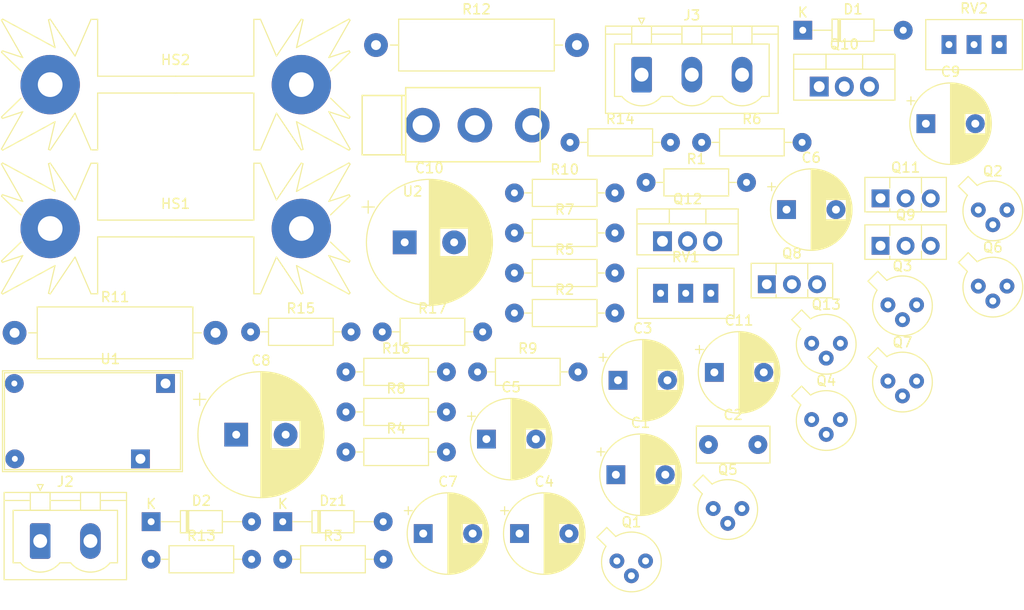
<source format=kicad_pcb>
(kicad_pcb (version 20171130) (host pcbnew "(5.1.5)-3")
  (title_block (title "Buck 45V vers 24/12V 13A") (date 2020-03-24) (rev V0) (company "INSA GEI") (comment 1 AL))
  (layers (0 F.Cu signal) (31 B.Cu signal) (34 B.Paste user) (35 F.Paste user) (36 B.SilkS user) (37 F.SilkS user) (38 B.Mask user) (39 F.Mask user) (44 Edge.Cuts user))
  (net 0 "")
  (net 1 "Net-(C1-Pad1)")
  (net 2 "Net-(C1-Pad2)")
  (net 3 "Net-(C2-Pad1)")
  (net 4 "Net-(C2-Pad2)")
  (net 5 -12V)
  (net 6 "Net-(C3-Pad1)")
  (net 7 +12V)
  (net 8 GND)
  (net 9 "Net-(C5-Pad2)")
  (net 10 "Net-(D1-Pad2)")
  (net 11 "Net-(D2-Pad1)")
  (net 12 "Net-(Dz1-Pad2)")
  (net 13 "Net-(J2-Pad1)")
  (net 14 "Net-(Q1-Pad1)")
  (net 15 "Net-(Q2-Pad3)")
  (net 16 "Net-(Q3-Pad1)")
  (net 17 "Net-(Q4-Pad1)")
  (net 18 "Net-(Q5-Pad1)")
  (net 19 "Net-(Q6-Pad1)")
  (net 20 "Net-(Q6-Pad2)")
  (net 21 "Net-(Q6-Pad3)")
  (net 22 "Net-(Q7-Pad1)")
  (net 23 "Net-(Q8-Pad3)")
  (net 24 "Net-(Q10-Pad3)")
  (net 25 "Net-(Q10-Pad1)")
  (net 26 "Net-(Q11-Pad2)")
  (net 27 "Net-(Q11-Pad1)")
  (net 28 "Net-(R8-Pad1)")
  (net 29 "Net-(R10-Pad2)")
  (net 30 "Net-(R11-Pad2)")
  (net 31 "Net-(U2-PadTN)")
  (module CmpAmpliAudio:CP_Radial_D8.0mm_P5.00mm (layer F.Cu) (at 72.279699 46.225001)
    (fp_text reference C1 (at 2.5 -5.25) (layer F.SilkS))
    (fp_text value 47u)
    (pad 1 thru_hole rect (at 0 0) (size 1.9 1.9) (drill 0.8) (layers *.Cu *.Mask) (net 1 "Net-(C1-Pad1)"))
    (pad 2 thru_hole circle (at 5 0) (size 1.9 1.9) (drill 0.8) (layers *.Cu *.Mask) (net 2 "Net-(C1-Pad2)"))
  )
  (module CmpAmpliAudio:C_Rect_L7.2mm_W3.5mm_P5.00mm_FKS2_FKP2_MKS2_MKP2 (layer F.Cu) (at 81.645001 43.175001)
    (fp_text reference C2 (at 2.5 -3) (layer F.SilkS))
    (fp_text value C)
    (pad 1 thru_hole circle (at 0 0) (size 1.9 1.9) (drill 0.7) (layers *.Cu *.Mask) (net 3 "Net-(C2-Pad1)"))
    (pad 2 thru_hole circle (at 5 0) (size 1.9 1.9) (drill 0.7) (layers *.Cu *.Mask) (net 4 "Net-(C2-Pad2)"))
  )
  (module CmpAmpliAudio:CP_Radial_D8.0mm_P5.00mm (layer F.Cu) (at 72.499699 36.675001)
    (fp_text reference C3 (at 2.5 -5.25) (layer F.SilkS))
    (fp_text value 47u)
    (pad 2 thru_hole circle (at 5 0) (size 1.9 1.9) (drill 0.8) (layers *.Cu *.Mask) (net 5 -12V))
    (pad 1 thru_hole rect (at 0 0) (size 1.9 1.9) (drill 0.8) (layers *.Cu *.Mask) (net 6 "Net-(C3-Pad1)"))
  )
  (module CmpAmpliAudio:CP_Radial_D8.0mm_P5.00mm (layer F.Cu) (at 62.539699 52.175001)
    (fp_text reference C4 (at 2.5 -5.25) (layer F.SilkS))
    (fp_text value 10u)
    (pad 1 thru_hole rect (at 0 0) (size 1.9 1.9) (drill 0.8) (layers *.Cu *.Mask) (net 7 +12V))
    (pad 2 thru_hole circle (at 5 0) (size 1.9 1.9) (drill 0.8) (layers *.Cu *.Mask) (net 8 GND))
  )
  (module CmpAmpliAudio:CP_Radial_D8.0mm_P5.00mm (layer F.Cu) (at 59.189699 42.625001)
    (fp_text reference C5 (at 2.5 -5.25) (layer F.SilkS))
    (fp_text value 100n)
    (pad 2 thru_hole circle (at 5 0) (size 1.9 1.9) (drill 0.8) (layers *.Cu *.Mask) (net 9 "Net-(C5-Pad2)"))
    (pad 1 thru_hole rect (at 0 0) (size 1.9 1.9) (drill 0.8) (layers *.Cu *.Mask) (net 7 +12V))
  )
  (module CmpAmpliAudio:CP_Radial_D8.0mm_P5.00mm (layer F.Cu) (at 89.539699 19.415001)
    (fp_text reference C6 (at 2.5 -5.25) (layer F.SilkS))
    (fp_text value 10u)
    (pad 2 thru_hole circle (at 5 0) (size 1.9 1.9) (drill 0.8) (layers *.Cu *.Mask) (net 5 -12V))
    (pad 1 thru_hole rect (at 0 0) (size 1.9 1.9) (drill 0.8) (layers *.Cu *.Mask) (net 8 GND))
  )
  (module CmpAmpliAudio:CP_Radial_D8.0mm_P5.00mm (layer F.Cu) (at 52.799699 52.175001)
    (fp_text reference C7 (at 2.5 -5.25) (layer F.SilkS))
    (fp_text value 100n)
    (pad 1 thru_hole rect (at 0 0) (size 1.9 1.9) (drill 0.8) (layers *.Cu *.Mask) (net 9 "Net-(C5-Pad2)"))
    (pad 2 thru_hole circle (at 5 0) (size 1.9 1.9) (drill 0.8) (layers *.Cu *.Mask) (net 5 -12V))
  )
  (module CmpAmpliAudio:CP_Radial_D12.5mm_P5.00mm (layer F.Cu) (at 33.887083 42.175001)
    (fp_text reference C8 (at 2.5 -7.5) (layer F.SilkS))
    (fp_text value 470u)
    (pad 1 thru_hole rect (at 0 0) (size 2.4 2.4) (drill 0.8) (layers *.Cu *.Mask) (net 7 +12V))
    (pad 2 thru_hole circle (at 5 0) (size 2.4 2.4) (drill 0.8) (layers *.Cu *.Mask) (net 8 GND))
  )
  (module CmpAmpliAudio:CP_Radial_D8.0mm_P5.00mm (layer F.Cu) (at 103.629699 10.725001)
    (fp_text reference C9 (at 2.5 -5.25) (layer F.SilkS))
    (fp_text value 100n)
    (pad 1 thru_hole rect (at 0 0) (size 1.9 1.9) (drill 0.8) (layers *.Cu *.Mask) (net 7 +12V))
    (pad 2 thru_hole circle (at 5 0) (size 1.9 1.9) (drill 0.8) (layers *.Cu *.Mask) (net 8 GND))
  )
  (module CmpAmpliAudio:CP_Radial_D12.5mm_P5.00mm (layer F.Cu) (at 50.927083 22.725001)
    (fp_text reference C10 (at 2.5 -7.5) (layer F.SilkS))
    (fp_text value 470u)
    (pad 2 thru_hole circle (at 5 0) (size 2.4 2.4) (drill 0.8) (layers *.Cu *.Mask) (net 5 -12V))
    (pad 1 thru_hole rect (at 0 0) (size 2.4 2.4) (drill 0.8) (layers *.Cu *.Mask) (net 8 GND))
  )
  (module CmpAmpliAudio:CP_Radial_D8.0mm_P5.00mm (layer F.Cu) (at 82.239699 35.875001)
    (fp_text reference C11 (at 2.5 -5.25) (layer F.SilkS))
    (fp_text value 100n)
    (pad 2 thru_hole circle (at 5 0) (size 1.9 1.9) (drill 0.8) (layers *.Cu *.Mask) (net 5 -12V))
    (pad 1 thru_hole rect (at 0 0) (size 1.9 1.9) (drill 0.8) (layers *.Cu *.Mask) (net 8 GND))
  )
  (module CmpAmpliAudio:D_DO-35_SOD27_P10.16mm_Horizontal (layer F.Cu) (at 91.185001 1.275001)
    (fp_text reference D1 (at 5.08 -2.12) (layer F.SilkS))
    (fp_text value 1N4148)
    (fp_text user K (at 0 -1.8) (layer F.SilkS))
    (pad 2 thru_hole oval (at 10.16 0) (size 1.9 1.9) (drill 0.7) (layers *.Cu *.Mask) (net 10 "Net-(D1-Pad2)"))
    (pad 1 thru_hole rect (at 0 0) (size 1.9 1.9) (drill 0.7) (layers *.Cu *.Mask) (net 7 +12V))
  )
  (module CmpAmpliAudio:D_DO-35_SOD27_P10.16mm_Horizontal (layer F.Cu) (at 25.285001 50.975001)
    (fp_text reference D2 (at 5.08 -2.12) (layer F.SilkS))
    (fp_text value 1N4148)
    (fp_text user K (at 0 -1.8) (layer F.SilkS))
    (pad 1 thru_hole rect (at 0 0) (size 1.9 1.9) (drill 0.7) (layers *.Cu *.Mask) (net 11 "Net-(D2-Pad1)"))
    (pad 2 thru_hole oval (at 10.16 0) (size 1.9 1.9) (drill 0.7) (layers *.Cu *.Mask) (net 6 "Net-(C3-Pad1)"))
  )
  (module CmpAmpliAudio:D_DO-35_SOD27_P10.16mm_Horizontal (layer F.Cu) (at 38.595001 50.975001)
    (fp_text reference Dz1 (at 5.08 -2.12) (layer F.SilkS))
    (fp_text value BZX55C5V1)
    (fp_text user K (at 0 -1.8) (layer F.SilkS))
    (pad 1 thru_hole rect (at 0 0) (size 1.9 1.9) (drill 0.7) (layers *.Cu *.Mask) (net 7 +12V))
    (pad 2 thru_hole oval (at 10.16 0) (size 1.9 1.9) (drill 0.7) (layers *.Cu *.Mask) (net 12 "Net-(Dz1-Pad2)"))
  )
  (module CmpAmpliAudio:Heatsink_Fischer_SK104-STC-STIC_35x13mm_2xDrill2.5mm (layer F.Cu) (at 27.775001 21.325001)
    (fp_text reference HS1 (at -0.025 -2.5) (layer F.SilkS))
    (fp_text value Heatsink)
    (pad 1 thru_hole circle (at 12.7 0) (size 6 6) (drill 2.5) (layers *.Cu *.Mask))
    (pad 1 thru_hole circle (at -12.7 0 180) (size 6 6) (drill 2.5) (layers *.Cu *.Mask))
  )
  (module CmpAmpliAudio:Heatsink_Fischer_SK104-STC-STIC_35x13mm_2xDrill2.5mm (layer F.Cu) (at 27.775001 6.775001)
    (fp_text reference HS2 (at -0.025 -2.5) (layer F.SilkS))
    (fp_text value Heatsink)
    (pad 1 thru_hole circle (at -12.7 0 180) (size 6 6) (drill 2.5) (layers *.Cu *.Mask))
    (pad 1 thru_hole circle (at 12.7 0) (size 6 6) (drill 2.5) (layers *.Cu *.Mask))
  )
  (module CmpAmpliAudio:PhoenixContact_MSTBVA_2,5_2-G-5,08_1x02_P5.08mm_Vertical (layer F.Cu) (at 14.065001 52.930001)
    (fp_text reference J2 (at 2.54 -6) (layer F.SilkS))
    (fp_text value Conn_01x02)
    (pad 1 thru_hole roundrect (at 0 0) (size 2.08 3.6) (drill 1.4) (layers *.Cu *.Mask) (roundrect_rratio 0.120192) (net 13 "Net-(J2-Pad1)"))
    (pad 2 thru_hole oval (at 5.08 0) (size 2.08 3.6) (drill 1.4) (layers *.Cu *.Mask) (net 8 GND))
  )
  (module CmpAmpliAudio:PhoenixContact_MSTBVA_2,5_3-G-5,08_1x03_P5.08mm_Vertical (layer F.Cu) (at 74.885001 5.770001)
    (fp_text reference J3 (at 5.08 -6) (layer F.SilkS))
    (fp_text value Conn_01x03)
    (pad 1 thru_hole roundrect (at 0 0) (size 2.08 3.6) (drill 1.4) (layers *.Cu *.Mask) (roundrect_rratio 0.120192) (net 7 +12V))
    (pad 2 thru_hole oval (at 5.08 0) (size 2.08 3.6) (drill 1.4) (layers *.Cu *.Mask) (net 9 "Net-(C5-Pad2)"))
    (pad 3 thru_hole oval (at 10.16 0) (size 2.08 3.6) (drill 1.4) (layers *.Cu *.Mask) (net 5 -12V))
  )
  (module CmpAmpliAudio:TO-18-3 (layer F.Cu) (at 72.584449 55.044449)
    (fp_text reference Q1 (at 1.27 -4.02) (layer F.SilkS))
    (fp_text value 2N2907)
    (pad 3 thru_hole circle (at 2.7 -0.1) (size 1.5 1.5) (drill 0.7) (layers *.Cu *.Mask) (net 4 "Net-(C2-Pad2)"))
    (pad 2 thru_hole circle (at 1.27 1.4) (size 1.5 1.5) (drill 0.7) (layers *.Cu *.Mask) (net 1 "Net-(C1-Pad1)"))
    (pad 1 thru_hole circle (at -0.2 -0.1) (size 1.5 1.5) (drill 0.7) (layers *.Cu *.Mask) (net 14 "Net-(Q1-Pad1)"))
  )
  (module CmpAmpliAudio:TO-18-3 (layer F.Cu) (at 109.134449 19.544449)
    (fp_text reference Q2 (at 1.27 -4.02) (layer F.SilkS))
    (fp_text value 2N2907)
    (pad 1 thru_hole circle (at -0.2 -0.1) (size 1.5 1.5) (drill 0.7) (layers *.Cu *.Mask) (net 14 "Net-(Q1-Pad1)"))
    (pad 2 thru_hole circle (at 1.27 1.4) (size 1.5 1.5) (drill 0.7) (layers *.Cu *.Mask) (net 5 -12V))
    (pad 3 thru_hole circle (at 2.7 -0.1) (size 1.5 1.5) (drill 0.7) (layers *.Cu *.Mask) (net 15 "Net-(Q2-Pad3)"))
  )
  (module CmpAmpliAudio:TO-18-3 (layer F.Cu) (at 99.994449 29.144449)
    (fp_text reference Q3 (at 1.27 -4.02) (layer F.SilkS))
    (fp_text value 2N2907)
    (pad 3 thru_hole circle (at 2.7 -0.1) (size 1.5 1.5) (drill 0.7) (layers *.Cu *.Mask) (net 14 "Net-(Q1-Pad1)"))
    (pad 2 thru_hole circle (at 1.27 1.4) (size 1.5 1.5) (drill 0.7) (layers *.Cu *.Mask) (net 12 "Net-(Dz1-Pad2)"))
    (pad 1 thru_hole circle (at -0.2 -0.1) (size 1.5 1.5) (drill 0.7) (layers *.Cu *.Mask) (net 16 "Net-(Q3-Pad1)"))
  )
  (module CmpAmpliAudio:TO-18-3 (layer F.Cu) (at 92.284449 40.744449)
    (fp_text reference Q4 (at 1.27 -4.02) (layer F.SilkS))
    (fp_text value 2N2222)
    (pad 3 thru_hole circle (at 2.7 -0.1) (size 1.5 1.5) (drill 0.7) (layers *.Cu *.Mask) (net 3 "Net-(C2-Pad1)"))
    (pad 2 thru_hole circle (at 1.27 1.4) (size 1.5 1.5) (drill 0.7) (layers *.Cu *.Mask) (net 4 "Net-(C2-Pad2)"))
    (pad 1 thru_hole circle (at -0.2 -0.1) (size 1.5 1.5) (drill 0.7) (layers *.Cu *.Mask) (net 17 "Net-(Q4-Pad1)"))
  )
  (module CmpAmpliAudio:TO-18-3 (layer F.Cu) (at 82.324449 49.744449)
    (fp_text reference Q5 (at 1.27 -4.02) (layer F.SilkS))
    (fp_text value 2N2222)
    (pad 3 thru_hole circle (at 2.7 -0.1) (size 1.5 1.5) (drill 0.7) (layers *.Cu *.Mask) (net 3 "Net-(C2-Pad1)"))
    (pad 2 thru_hole circle (at 1.27 1.4) (size 1.5 1.5) (drill 0.7) (layers *.Cu *.Mask) (net 17 "Net-(Q4-Pad1)"))
    (pad 1 thru_hole circle (at -0.2 -0.1) (size 1.5 1.5) (drill 0.7) (layers *.Cu *.Mask) (net 18 "Net-(Q5-Pad1)"))
  )
  (module CmpAmpliAudio:TO-18-3 (layer F.Cu) (at 109.134449 27.254449)
    (fp_text reference Q6 (at 1.27 -4.02) (layer F.SilkS))
    (fp_text value 2N2907)
    (pad 1 thru_hole circle (at -0.2 -0.1) (size 1.5 1.5) (drill 0.7) (layers *.Cu *.Mask) (net 19 "Net-(Q6-Pad1)"))
    (pad 2 thru_hole circle (at 1.27 1.4) (size 1.5 1.5) (drill 0.7) (layers *.Cu *.Mask) (net 20 "Net-(Q6-Pad2)"))
    (pad 3 thru_hole circle (at 2.7 -0.1) (size 1.5 1.5) (drill 0.7) (layers *.Cu *.Mask) (net 21 "Net-(Q6-Pad3)"))
  )
  (module CmpAmpliAudio:TO-18-3 (layer F.Cu) (at 99.994449 36.854449)
    (fp_text reference Q7 (at 1.27 -4.02) (layer F.SilkS))
    (fp_text value 2N2907)
    (pad 1 thru_hole circle (at -0.2 -0.1) (size 1.5 1.5) (drill 0.7) (layers *.Cu *.Mask) (net 22 "Net-(Q7-Pad1)"))
    (pad 2 thru_hole circle (at 1.27 1.4) (size 1.5 1.5) (drill 0.7) (layers *.Cu *.Mask) (net 20 "Net-(Q6-Pad2)"))
    (pad 3 thru_hole circle (at 2.7 -0.1) (size 1.5 1.5) (drill 0.7) (layers *.Cu *.Mask) (net 20 "Net-(Q6-Pad2)"))
  )
  (module Package_TO_SOT_THT:TO-126-3_Vertical (layer F.Cu) (at 87.545001 26.965001)
    (fp_text reference Q8 (at 2.54 -3.12) (layer F.SilkS))
    (fp_text value BD139)
    (pad 1 thru_hole rect (at 0 0) (size 1.8 1.8) (drill 1) (layers *.Cu *.Mask) (net 3 "Net-(C2-Pad1)"))
    (pad 2 thru_hole oval (at 2.54 0) (size 1.8 1.8) (drill 1) (layers *.Cu *.Mask) (net 21 "Net-(Q6-Pad3)"))
    (pad 3 thru_hole oval (at 5.08 0) (size 1.8 1.8) (drill 1) (layers *.Cu *.Mask) (net 23 "Net-(Q8-Pad3)"))
  )
  (module Package_TO_SOT_THT:TO-126-3_Vertical (layer F.Cu) (at 99.045001 23.075001)
    (fp_text reference Q9 (at 2.54 -3.12) (layer F.SilkS))
    (fp_text value BD139)
    (pad 1 thru_hole rect (at 0 0) (size 1.8 1.8) (drill 1) (layers *.Cu *.Mask) (net 24 "Net-(Q10-Pad3)"))
    (pad 2 thru_hole oval (at 2.54 0) (size 1.8 1.8) (drill 1) (layers *.Cu *.Mask) (net 25 "Net-(Q10-Pad1)"))
    (pad 3 thru_hole oval (at 5.08 0) (size 1.8 1.8) (drill 1) (layers *.Cu *.Mask) (net 21 "Net-(Q6-Pad3)"))
  )
  (module Package_TO_SOT_THT:TO-220-3_Vertical (layer F.Cu) (at 92.845001 6.975001)
    (fp_text reference Q10 (at 2.54 -4.27) (layer F.SilkS))
    (fp_text value TIP32)
    (pad 3 thru_hole oval (at 5.08 0) (size 1.905 2) (drill 1.1) (layers *.Cu *.Mask) (net 24 "Net-(Q10-Pad3)"))
    (pad 2 thru_hole oval (at 2.54 0) (size 1.905 2) (drill 1.1) (layers *.Cu *.Mask) (net 7 +12V))
    (pad 1 thru_hole rect (at 0 0) (size 1.905 2) (drill 1.1) (layers *.Cu *.Mask) (net 25 "Net-(Q10-Pad1)"))
  )
  (module Package_TO_SOT_THT:TO-126-3_Vertical (layer F.Cu) (at 99.045001 18.275001)
    (fp_text reference Q11 (at 2.54 -3.12) (layer F.SilkS))
    (fp_text value BD138)
    (pad 3 thru_hole oval (at 5.08 0) (size 1.8 1.8) (drill 1) (layers *.Cu *.Mask) (net 3 "Net-(C2-Pad1)"))
    (pad 2 thru_hole oval (at 2.54 0) (size 1.8 1.8) (drill 1) (layers *.Cu *.Mask) (net 26 "Net-(Q11-Pad2)"))
    (pad 1 thru_hole rect (at 0 0) (size 1.8 1.8) (drill 1) (layers *.Cu *.Mask) (net 27 "Net-(Q11-Pad1)"))
  )
  (module Package_TO_SOT_THT:TO-220-3_Vertical (layer F.Cu) (at 76.995001 22.615001)
    (fp_text reference Q12 (at 2.54 -4.27) (layer F.SilkS))
    (fp_text value TIP31)
    (pad 1 thru_hole rect (at 0 0) (size 1.905 2) (drill 1.1) (layers *.Cu *.Mask) (net 27 "Net-(Q11-Pad1)"))
    (pad 2 thru_hole oval (at 2.54 0) (size 1.905 2) (drill 1.1) (layers *.Cu *.Mask) (net 26 "Net-(Q11-Pad2)"))
    (pad 3 thru_hole oval (at 5.08 0) (size 1.905 2) (drill 1.1) (layers *.Cu *.Mask) (net 5 -12V))
  )
  (module CmpAmpliAudio:TO-18-3 (layer F.Cu) (at 92.284449 33.034449)
    (fp_text reference Q13 (at 1.27 -4.02) (layer F.SilkS))
    (fp_text value 2N2222)
    (pad 1 thru_hole circle (at -0.2 -0.1) (size 1.5 1.5) (drill 0.7) (layers *.Cu *.Mask) (net 8 GND))
    (pad 2 thru_hole circle (at 1.27 1.4) (size 1.5 1.5) (drill 0.7) (layers *.Cu *.Mask) (net 11 "Net-(D2-Pad1)"))
    (pad 3 thru_hole circle (at 2.7 -0.1) (size 1.5 1.5) (drill 0.7) (layers *.Cu *.Mask) (net 10 "Net-(D1-Pad2)"))
  )
  (module CmpAmpliAudio:R_Axial_DIN0207_L6.3mm_D2.5mm_P10.16mm_Horizontal (layer F.Cu) (at 75.335001 16.665001)
    (fp_text reference R1 (at 5.08 -2.37) (layer F.SilkS))
    (fp_text value R)
    (pad 2 thru_hole circle (at 10.16 0) (size 1.9 1.9) (drill 0.7) (layers *.Cu *.Mask) (net 8 GND))
    (pad 1 thru_hole circle (at 0 0) (size 1.9 1.9) (drill 0.7) (layers *.Cu *.Mask) (net 1 "Net-(C1-Pad1)"))
  )
  (module CmpAmpliAudio:R_Axial_DIN0207_L6.3mm_D2.5mm_P10.16mm_Horizontal (layer F.Cu) (at 62.025001 29.875001)
    (fp_text reference R2 (at 5.08 -2.37) (layer F.SilkS))
    (fp_text value R)
    (pad 1 thru_hole circle (at 0 0) (size 1.9 1.9) (drill 0.7) (layers *.Cu *.Mask) (net 4 "Net-(C2-Pad2)"))
    (pad 2 thru_hole circle (at 10.16 0) (size 1.9 1.9) (drill 0.7) (layers *.Cu *.Mask) (net 5 -12V))
  )
  (module CmpAmpliAudio:R_Axial_DIN0207_L6.3mm_D2.5mm_P10.16mm_Horizontal (layer F.Cu) (at 38.595001 54.775001)
    (fp_text reference R3 (at 5.08 -2.37) (layer F.SilkS))
    (fp_text value R)
    (pad 1 thru_hole circle (at 0 0) (size 1.9 1.9) (drill 0.7) (layers *.Cu *.Mask) (net 15 "Net-(Q2-Pad3)"))
    (pad 2 thru_hole circle (at 10.16 0) (size 1.9 1.9) (drill 0.7) (layers *.Cu *.Mask) (net 5 -12V))
  )
  (module CmpAmpliAudio:R_Axial_DIN0207_L6.3mm_D2.5mm_P10.16mm_Horizontal (layer F.Cu) (at 44.985001 43.925001)
    (fp_text reference R4 (at 5.08 -2.37) (layer F.SilkS))
    (fp_text value R)
    (pad 1 thru_hole circle (at 0 0) (size 1.9 1.9) (drill 0.7) (layers *.Cu *.Mask) (net 7 +12V))
    (pad 2 thru_hole circle (at 10.16 0) (size 1.9 1.9) (drill 0.7) (layers *.Cu *.Mask) (net 16 "Net-(Q3-Pad1)"))
  )
  (module CmpAmpliAudio:R_Axial_DIN0207_L6.3mm_D2.5mm_P10.16mm_Horizontal (layer F.Cu) (at 62.025001 25.825001)
    (fp_text reference R5 (at 5.08 -2.37) (layer F.SilkS))
    (fp_text value R)
    (pad 2 thru_hole circle (at 10.16 0) (size 1.9 1.9) (drill 0.7) (layers *.Cu *.Mask) (net 8 GND))
    (pad 1 thru_hole circle (at 0 0) (size 1.9 1.9) (drill 0.7) (layers *.Cu *.Mask) (net 12 "Net-(Dz1-Pad2)"))
  )
  (module CmpAmpliAudio:R_Axial_DIN0207_L6.3mm_D2.5mm_P10.16mm_Horizontal (layer F.Cu) (at 80.955001 12.615001)
    (fp_text reference R6 (at 5.08 -2.37) (layer F.SilkS))
    (fp_text value R)
    (pad 1 thru_hole circle (at 0 0) (size 1.9 1.9) (drill 0.7) (layers *.Cu *.Mask) (net 18 "Net-(Q5-Pad1)"))
    (pad 2 thru_hole circle (at 10.16 0) (size 1.9 1.9) (drill 0.7) (layers *.Cu *.Mask) (net 5 -12V))
  )
  (module CmpAmpliAudio:R_Axial_DIN0207_L6.3mm_D2.5mm_P10.16mm_Horizontal (layer F.Cu) (at 62.025001 21.775001)
    (fp_text reference R7 (at 5.08 -2.37) (layer F.SilkS))
    (fp_text value R)
    (pad 1 thru_hole circle (at 0 0) (size 1.9 1.9) (drill 0.7) (layers *.Cu *.Mask) (net 7 +12V))
    (pad 2 thru_hole circle (at 10.16 0) (size 1.9 1.9) (drill 0.7) (layers *.Cu *.Mask) (net 19 "Net-(Q6-Pad1)"))
  )
  (module CmpAmpliAudio:R_Axial_DIN0207_L6.3mm_D2.5mm_P10.16mm_Horizontal (layer F.Cu) (at 44.985001 39.875001)
    (fp_text reference R8 (at 5.08 -2.37) (layer F.SilkS))
    (fp_text value R)
    (pad 2 thru_hole circle (at 10.16 0) (size 1.9 1.9) (drill 0.7) (layers *.Cu *.Mask) (net 3 "Net-(C2-Pad1)"))
    (pad 1 thru_hole circle (at 0 0) (size 1.9 1.9) (drill 0.7) (layers *.Cu *.Mask) (net 28 "Net-(R8-Pad1)"))
  )
  (module CmpAmpliAudio:R_Axial_DIN0207_L6.3mm_D2.5mm_P10.16mm_Horizontal (layer F.Cu) (at 58.295001 35.825001)
    (fp_text reference R9 (at 5.08 -2.37) (layer F.SilkS))
    (fp_text value R)
    (pad 2 thru_hole circle (at 10.16 0) (size 1.9 1.9) (drill 0.7) (layers *.Cu *.Mask) (net 22 "Net-(Q7-Pad1)"))
    (pad 1 thru_hole circle (at 0 0) (size 1.9 1.9) (drill 0.7) (layers *.Cu *.Mask) (net 7 +12V))
  )
  (module CmpAmpliAudio:R_Axial_DIN0207_L6.3mm_D2.5mm_P10.16mm_Horizontal (layer F.Cu) (at 62.025001 17.725001)
    (fp_text reference R10 (at 5.08 -2.37) (layer F.SilkS))
    (fp_text value R)
    (pad 2 thru_hole circle (at 10.16 0) (size 1.9 1.9) (drill 0.7) (layers *.Cu *.Mask) (net 29 "Net-(R10-Pad2)"))
    (pad 1 thru_hole circle (at 0 0) (size 1.9 1.9) (drill 0.7) (layers *.Cu *.Mask) (net 20 "Net-(Q6-Pad2)"))
  )
  (module CmpAmpliAudio:R_Axial_DIN0516_L15.5mm_D5.0mm_P20.32mm_Horizontal (layer F.Cu) (at 11.475001 31.875001)
    (fp_text reference R11 (at 10.16 -3.62) (layer F.SilkS))
    (fp_text value R)
    (pad 1 thru_hole circle (at 0 0) (size 2.4 2.4) (drill 1) (layers *.Cu *.Mask) (net 24 "Net-(Q10-Pad3)"))
    (pad 2 thru_hole oval (at 20.32 0) (size 2.4 2.4) (drill 1) (layers *.Cu *.Mask) (net 30 "Net-(R11-Pad2)"))
  )
  (module CmpAmpliAudio:R_Axial_DIN0516_L15.5mm_D5.0mm_P20.32mm_Horizontal (layer F.Cu) (at 48.025001 2.775001)
    (fp_text reference R12 (at 10.16 -3.62) (layer F.SilkS))
    (fp_text value R)
    (pad 2 thru_hole oval (at 20.32 0) (size 2.4 2.4) (drill 1) (layers *.Cu *.Mask) (net 26 "Net-(Q11-Pad2)"))
    (pad 1 thru_hole circle (at 0 0) (size 2.4 2.4) (drill 1) (layers *.Cu *.Mask) (net 30 "Net-(R11-Pad2)"))
  )
  (module CmpAmpliAudio:R_Axial_DIN0207_L6.3mm_D2.5mm_P10.16mm_Horizontal (layer F.Cu) (at 25.285001 54.775001)
    (fp_text reference R13 (at 5.08 -2.37) (layer F.SilkS))
    (fp_text value R)
    (pad 1 thru_hole circle (at 0 0) (size 1.9 1.9) (drill 0.7) (layers *.Cu *.Mask) (net 30 "Net-(R11-Pad2)"))
    (pad 2 thru_hole circle (at 10.16 0) (size 1.9 1.9) (drill 0.7) (layers *.Cu *.Mask) (net 8 GND))
  )
  (module CmpAmpliAudio:R_Axial_DIN0207_L6.3mm_D2.5mm_P10.16mm_Horizontal (layer F.Cu) (at 67.645001 12.615001)
    (fp_text reference R14 (at 5.08 -2.37) (layer F.SilkS))
    (fp_text value R)
    (pad 1 thru_hole circle (at 0 0) (size 1.9 1.9) (drill 0.7) (layers *.Cu *.Mask) (net 5 -12V))
    (pad 2 thru_hole circle (at 10.16 0) (size 1.9 1.9) (drill 0.7) (layers *.Cu *.Mask) (net 30 "Net-(R11-Pad2)"))
  )
  (module CmpAmpliAudio:R_Axial_DIN0207_L6.3mm_D2.5mm_P10.16mm_Horizontal (layer F.Cu) (at 35.345001 31.775001)
    (fp_text reference R15 (at 5.08 -2.37) (layer F.SilkS))
    (fp_text value R)
    (pad 2 thru_hole circle (at 10.16 0) (size 1.9 1.9) (drill 0.7) (layers *.Cu *.Mask) (net 8 GND))
    (pad 1 thru_hole circle (at 0 0) (size 1.9 1.9) (drill 0.7) (layers *.Cu *.Mask) (net 5 -12V))
  )
  (module CmpAmpliAudio:R_Axial_DIN0207_L6.3mm_D2.5mm_P10.16mm_Horizontal (layer F.Cu) (at 44.985001 35.825001)
    (fp_text reference R16 (at 5.08 -2.37) (layer F.SilkS))
    (fp_text value R)
    (pad 2 thru_hole circle (at 10.16 0) (size 1.9 1.9) (drill 0.7) (layers *.Cu *.Mask) (net 6 "Net-(C3-Pad1)"))
    (pad 1 thru_hole circle (at 0 0) (size 1.9 1.9) (drill 0.7) (layers *.Cu *.Mask) (net 7 +12V))
  )
  (module CmpAmpliAudio:R_Axial_DIN0207_L6.3mm_D2.5mm_P10.16mm_Horizontal (layer F.Cu) (at 48.655001 31.775001)
    (fp_text reference R17 (at 5.08 -2.37) (layer F.SilkS))
    (fp_text value R)
    (pad 1 thru_hole circle (at 0 0) (size 1.9 1.9) (drill 0.7) (layers *.Cu *.Mask) (net 11 "Net-(D2-Pad1)"))
    (pad 2 thru_hole circle (at 10.16 0) (size 1.9 1.9) (drill 0.7) (layers *.Cu *.Mask) (net 8 GND))
  )
  (module CmpAmpliAudio:Potentiometer_Bourns_3296W_Vertical (layer F.Cu) (at 81.885001 27.875001)
    (fp_text reference RV1 (at -2.54 -3.66) (layer F.SilkS))
    (fp_text value R_POT)
    (pad 3 thru_hole rect (at -5.08 0) (size 1.5 1.9) (drill 0.7) (layers *.Cu *.Mask) (net 28 "Net-(R8-Pad1)"))
    (pad 2 thru_hole rect (at -2.54 0) (size 1.5 1.9) (drill 0.7) (layers *.Cu *.Mask) (net 23 "Net-(Q8-Pad3)"))
    (pad 1 thru_hole rect (at 0 0) (size 1.5 1.9) (drill 0.7) (layers *.Cu *.Mask) (net 21 "Net-(Q6-Pad3)"))
  )
  (module CmpAmpliAudio:Potentiometer_Bourns_3296W_Vertical (layer F.Cu) (at 111.045001 2.725001)
    (fp_text reference RV2 (at -2.54 -3.66) (layer F.SilkS))
    (fp_text value R_POT)
    (pad 1 thru_hole rect (at 0 0) (size 1.5 1.9) (drill 0.7) (layers *.Cu *.Mask) (net 29 "Net-(R10-Pad2)"))
    (pad 2 thru_hole rect (at -2.54 0) (size 1.5 1.9) (drill 0.7) (layers *.Cu *.Mask) (net 29 "Net-(R10-Pad2)"))
    (pad 3 thru_hole rect (at -5.08 0) (size 1.5 1.9) (drill 0.7) (layers *.Cu *.Mask) (net 8 GND))
  )
  (module Lievre_Nguyen:Relay_1CT (layer F.Cu) (at 10.25 45.910001)
    (fp_text reference U1 (at 10.9 -11.39) (layer F.SilkS))
    (fp_text value Relay_1CT)
    (pad B2 thru_hole circle (at 1.2 -8.91) (size 1.9 1.9) (drill 0.6) (layers *.Cu *.Mask))
    (pad B1 thru_hole circle (at 1.25 -1.29) (size 1.9 1.9) (drill 0.6) (layers *.Cu *.Mask))
    (pad C1 thru_hole rect (at 13.95 -1.29) (size 1.9 1.9) (drill 1) (layers *.Cu *.Mask))
    (pad C2 thru_hole rect (at 16.49 -8.91) (size 1.9 1.9) (drill 1) (layers *.Cu *.Mask))
  )
  (module CmpAmpliAudio:Jack_35RAPC2AV (layer F.Cu) (at 50.625001 10.875001)
    (fp_text reference U2 (at 1.1 6.7) (layer F.SilkS))
    (fp_text value Jack_Mono)
    (pad TN thru_hole circle (at 13.2 0) (size 3.5 3.5) (drill 2) (layers *.Cu *.Mask) (net 31 "Net-(U2-PadTN)"))
    (pad G thru_hole circle (at 2.1 0) (size 3.5 3.5) (drill 2) (layers *.Cu *.Mask) (net 8 GND))
    (pad T thru_hole circle (at 7.4 0) (size 3.5 3.5) (drill 2) (layers *.Cu *.Mask) (net 2 "Net-(C1-Pad2)"))
  )
)
</source>
